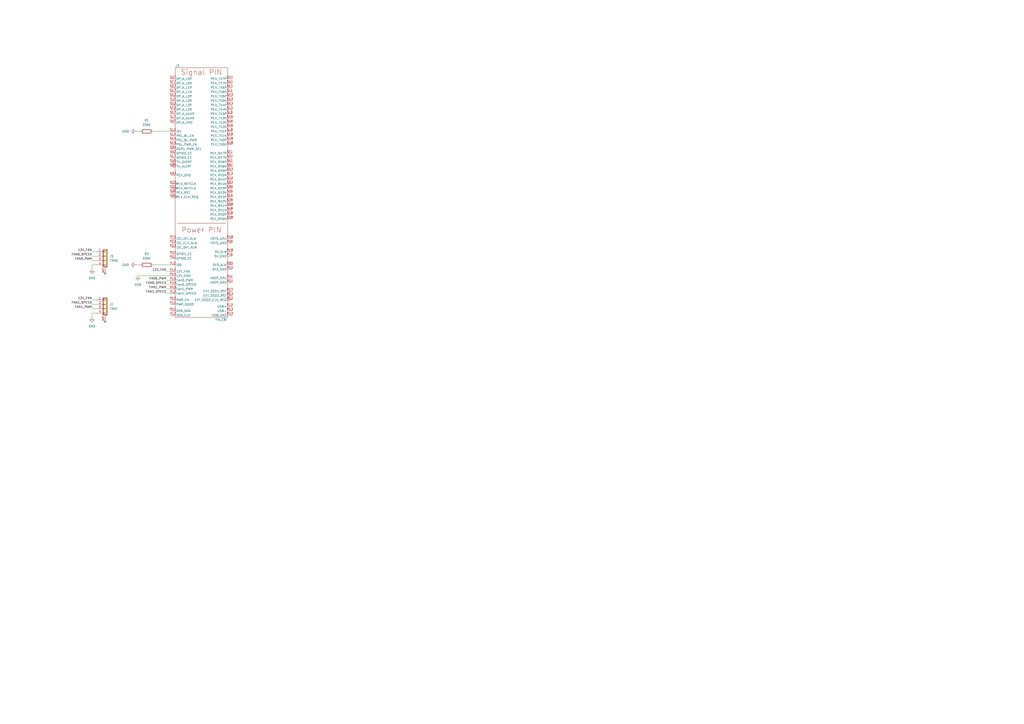
<source format=kicad_sch>
(kicad_sch (version 20230121) (generator eeschema)
  (paper "A2")
  (lib_symbols
    (symbol "Device:R" (pin_numbers hide) (pin_names (offset 0))
      (property "Reference" "R" (at 2.032 0 90))
      (property "Value" "R" (at 0 0 90))
      (symbol "R_0_1"
        (rectangle (start -1.016 -2.54) (end 1.016 2.54) (stroke (width 0.254)))
      )
      (symbol "R_1_1"
        (pin passive line (at 0 3.81 270) (length 1.27) (name "~") (number "1"))
        (pin passive line (at 0 -3.81 90) (length 1.27) (name "~") (number "2"))
      )
    )
    (symbol "Expansion_Bay:FW_EBI"
      (property "Reference" "J" (at -15.24 92.71 0))
      (property "Value" "FW_EBI" (at 15.24 -57.15 0))
      (symbol "FW_EBI_0_0"
        (pin power_out line (at 17.78 -24.13 180) (length 2.54) (name "3V3_ALW") (number "PB5"))
        (pin unspecified line (at -17.78 -20.32 0) (length 2.54) (name "GPIO0_EC") (number "PG1"))
        (pin power_out line (at 17.78 -8.89 180) (length 2.54) (name "VSYS_GPU") (number "PG8"))
        (pin unspecified line (at -17.78 -17.78 0) (length 2.54) (name "GPIO1_EC") (number "PH1"))
        (pin output line (at -17.78 -35.56 0) (length 2.54) (name "Fan0_SPEED") (number "PH2"))
        (pin output line (at -17.78 -24.13 0) (length 2.54) (name "ID0") (number "PJ1"))
        (pin output line (at -17.78 -40.64 0) (length 2.54) (name "Fan1_SPEED") (number "PJ2"))
        (pin bidirectional line (at 17.78 -48.26 180) (length 2.54) (name "USB+") (number "PJ3"))
        (pin input line (at -17.78 -50.8 0) (length 2.54) (name "DDS_SDA") (number "PK1"))
        (pin bidirectional line (at 17.78 -50.8 180) (length 2.54) (name "USB-") (number "PK3"))
        (pin input line (at -17.78 -38.1 0) (length 2.54) (name "Fan1_PWM") (number "PK5"))
        (pin power_out line (at 17.78 -16.51 180) (length 2.54) (name "5V_ALW") (number "PK8"))
        (pin bidirectional line (at -17.78 -53.34 0) (length 2.54) (name "DDS_CLK") (number "PL2"))
        (pin power_out line (at -17.78 -27.94 0) (length 2.54) (name "12V_FAN") (number "PL4"))
        (pin input line (at -17.78 -33.02 0) (length 2.54) (name "Fan0_PWM") (number "PL5"))
        (pin output line (at 17.78 35.56 180) (length 2.54) (name "PEX_RX6P") (number "SA1"))
        (pin unspecified line (at -17.78 40.64 0) (length 2.54) (name "GPIO2_EC") (number "SA2"))
        (pin output line (at 17.78 25.4 180) (length 2.54) (name "PEX_RX4P") (number "SA3"))
        (pin output line (at 17.78 17.78 180) (length 2.54) (name "PEX_RX3N") (number "SA6"))
        (pin unspecified line (at -17.78 58.42 0) (length 2.54) (name "DP_A_HPD") (number "SA7"))
        (pin output line (at 17.78 7.62 180) (length 2.54) (name "PEX_RX1N") (number "SA8"))
        (pin output line (at 17.78 33.02 180) (length 2.54) (name "PEX_RX6N") (number "SB1"))
        (pin output line (at 17.78 22.86 180) (length 2.54) (name "PEX_RX4N") (number "SB3"))
        (pin unspecified line (at -17.78 43.18 0) (length 2.54) (name "DGPU_PWM_SEL") (number "SB4"))
        (pin output line (at 17.78 20.32 180) (length 2.54) (name "PEX_RX3P") (number "SB6"))
        (pin output line (at 17.78 10.16 180) (length 2.54) (name "PEX_RX1P") (number "SB8"))
        (pin output clock (at -17.78 22.86 0) (length 2.54) (name "PEX_REFCLK") (number "SC2"))
        (pin unspecified line (at -17.78 76.2 0) (length 2.54) (name "DP_A_L1N") (number "SC7"))
        (pin output line (at 17.78 38.1 180) (length 2.54) (name "PEX_RX7N") (number "SD1"))
        (pin output line (at 17.78 30.48 180) (length 2.54) (name "PEX_RX5P") (number "SD3"))
        (pin output line (at 17.78 12.7 180) (length 2.54) (name "PEX_RX2N") (number "SD6"))
        (pin unspecified line (at -17.78 78.74 0) (length 2.54) (name "DP_A_L1P") (number "SD7"))
        (pin output line (at 17.78 2.54 180) (length 2.54) (name "PEX_RX0N") (number "SD8"))
        (pin output line (at 17.78 40.64 180) (length 2.54) (name "PEX_RX7P") (number "SE1"))
        (pin output line (at 17.78 27.94 180) (length 2.54) (name "PEX_RX5N") (number "SE3"))
        (pin output line (at 17.78 15.24 180) (length 2.54) (name "PEX_RX2P") (number "SE6"))
        (pin output line (at 17.78 5.08 180) (length 2.54) (name "PEX_RX0P") (number "SE8"))
        (pin unspecified line (at -17.78 66.04 0) (length 2.54) (name "DP_A_L3N") (number "SF2"))
        (pin unspecified line (at -17.78 81.28 0) (length 2.54) (name "DP_A_L0N") (number "SF7"))
        (pin input line (at 17.78 81.28 180) (length 2.54) (name "PEX_TX7N") (number "SG1"))
        (pin unspecified line (at -17.78 68.58 0) (length 2.54) (name "DP_A_L3P") (number "SG2"))
        (pin input line (at 17.78 71.12 180) (length 2.54) (name "PEX_TX5N") (number "SG3"))
        (pin input line (at 17.78 58.42 180) (length 2.54) (name "PEX_TX2P") (number "SG6"))
        (pin unspecified line (at -17.78 83.82 0) (length 2.54) (name "DP_A_L0P") (number "SG7"))
        (pin input line (at 17.78 45.72 180) (length 2.54) (name "PEX_TX0N") (number "SG8"))
        (pin input line (at 17.78 83.82 180) (length 2.54) (name "PEX_TX7P") (number "SH1"))
        (pin input line (at 17.78 73.66 180) (length 2.54) (name "PEX_TX5P") (number "SH3"))
        (pin input line (at 17.78 55.88 180) (length 2.54) (name "PEX_TX2N") (number "SH6"))
        (pin input line (at 17.78 48.26 180) (length 2.54) (name "PEX_TX0P") (number "SH8"))
        (pin unspecified line (at -17.78 71.12 0) (length 2.54) (name "DP_A_L2N") (number "SJ2"))
        (pin unspecified line (at -17.78 60.96 0) (length 2.54) (name "DP_A_AUXN") (number "SJ7"))
        (pin input line (at 17.78 78.74 180) (length 2.54) (name "PEX_TX6P") (number "SK1"))
        (pin unspecified line (at -17.78 73.66 0) (length 2.54) (name "DP_A_L2P") (number "SK2"))
        (pin input line (at 17.78 68.58 180) (length 2.54) (name "PEX_TX4P") (number "SK3"))
        (pin unspecified line (at -17.78 48.26 0) (length 2.54) (name "PNL_BL_PWM") (number "SK4"))
        (pin unspecified line (at -17.78 45.72 0) (length 2.54) (name "PNL_PWR_EN") (number "SK5"))
        (pin input line (at 17.78 60.96 180) (length 2.54) (name "PEX_TX3N") (number "SK6"))
        (pin unspecified line (at -17.78 63.5 0) (length 2.54) (name "DP_A_AUXP") (number "SK7"))
        (pin input line (at 17.78 50.8 180) (length 2.54) (name "PEX_TX1N") (number "SK8"))
        (pin input line (at 17.78 76.2 180) (length 2.54) (name "PEX_TX6N") (number "SL1"))
        (pin unspecified line (at -17.78 53.34 0) (length 2.54) (name "ID1") (number "SL2"))
        (pin input line (at 17.78 66.04 180) (length 2.54) (name "PEX_TX4N") (number "SL3"))
        (pin unspecified line (at -17.78 50.8 0) (length 2.54) (name "PNL_BL_EN") (number "SL4"))
        (pin input line (at 17.78 63.5 180) (length 2.54) (name "PEX_TX3P") (number "SL6"))
        (pin unspecified line (at -17.78 38.1 0) (length 2.54) (name "GPIO3_EC") (number "SL7"))
        (pin input line (at 17.78 53.34 180) (length 2.54) (name "PEX_TX1P") (number "SL8"))
      )
      (symbol "FW_EBI_1_0"
        (pin unspecified line (at 17.78 -31.75 180) (length 2.54) (name "VADP_GPU") (number "PA1"))
        (pin unspecified line (at 17.78 -31.75 180) (length 2.54) hide (name "VADP_GPU") (number "PA2"))
        (pin power_out line (at 17.78 -26.67 180) (length 2.54) (name "3V3_GND") (number "PA3"))
        (pin power_out line (at 17.78 -24.13 180) (length 2.54) hide (name "3V3_ALW") (number "PA4"))
        (pin power_out line (at 17.78 -24.13 180) (length 2.54) hide (name "3V3_ALW") (number "PA5"))
        (pin power_out line (at 17.78 -11.43 180) (length 2.54) (name "VSYS_GND") (number "PA6"))
        (pin power_out line (at 17.78 -8.89 180) (length 2.54) hide (name "VSYS_GPU") (number "PA7"))
        (pin power_out line (at 17.78 -8.89 180) (length 2.54) hide (name "VSYS_GPU") (number "PA8"))
        (pin unspecified line (at 17.78 -31.75 180) (length 2.54) hide (name "VADP_GPU") (number "PB1"))
        (pin unspecified line (at 17.78 -31.75 180) (length 2.54) hide (name "VADP_GPU") (number "PB2"))
        (pin power_out line (at 17.78 -26.67 180) (length 2.54) hide (name "3V3_GND") (number "PB3"))
        (pin power_out line (at 17.78 -24.13 180) (length 2.54) hide (name "3V3_ALW") (number "PB4"))
        (pin power_out line (at 17.78 -11.43 180) (length 2.54) hide (name "VSYS_GND") (number "PB6"))
        (pin power_out line (at 17.78 -8.89 180) (length 2.54) hide (name "VSYS_GPU") (number "PB7"))
        (pin power_out line (at 17.78 -8.89 180) (length 2.54) hide (name "VSYS_GPU") (number "PB8"))
        (pin unspecified line (at 17.78 -31.75 180) (length 2.54) hide (name "VADP_GPU") (number "PC1"))
        (pin unspecified line (at 17.78 -31.75 180) (length 2.54) hide (name "VADP_GPU") (number "PC2"))
        (pin unspecified line (at -17.78 -11.43 0) (length 2.54) (name "I2C_CLK_ALW") (number "PC3"))
        (pin power_out line (at 17.78 -11.43 180) (length 2.54) hide (name "VSYS_GND") (number "PC6"))
        (pin power_out line (at 17.78 -8.89 180) (length 2.54) hide (name "VSYS_GPU") (number "PC7"))
        (pin power_out line (at 17.78 -8.89 180) (length 2.54) hide (name "VSYS_GPU") (number "PC8"))
        (pin unspecified line (at 17.78 -34.29 180) (length 2.54) (name "VADP_GND") (number "PD1"))
        (pin unspecified line (at 17.78 -34.29 180) (length 2.54) hide (name "VADP_GND") (number "PD2"))
        (pin unspecified line (at -17.78 -13.97 0) (length 2.54) (name "I2C_DAT_ALW") (number "PD3"))
        (pin power_out line (at 17.78 -11.43 180) (length 2.54) hide (name "VSYS_GND") (number "PD6"))
        (pin power_out line (at 17.78 -8.89 180) (length 2.54) hide (name "VSYS_GPU") (number "PD7"))
        (pin power_out line (at 17.78 -8.89 180) (length 2.54) hide (name "VSYS_GPU") (number "PD8"))
        (pin unspecified line (at 17.78 -34.29 180) (length 2.54) hide (name "VADP_GND") (number "PE1"))
        (pin unspecified line (at 17.78 -34.29 180) (length 2.54) hide (name "VADP_GND") (number "PE2"))
        (pin power_out line (at 17.78 -26.67 180) (length 2.54) hide (name "3V3_GND") (number "PE3"))
        (pin power_out line (at 17.78 -11.43 180) (length 2.54) hide (name "VSYS_GND") (number "PE6"))
        (pin power_out line (at 17.78 -8.89 180) (length 2.54) hide (name "VSYS_GPU") (number "PE7"))
        (pin power_out line (at 17.78 -8.89 180) (length 2.54) hide (name "VSYS_GPU") (number "PE8"))
        (pin unspecified line (at 17.78 -34.29 180) (length 2.54) hide (name "VADP_GND") (number "PF1"))
        (pin unspecified line (at -17.78 -8.89 0) (length 2.54) (name "I2C_INT_ALW") (number "PF2"))
        (pin bidirectional inverted (at 17.78 -39.37 180) (length 2.54) (name "EXT_SSD1_RST") (number "PF3"))
        (pin power_out line (at 17.78 -11.43 180) (length 2.54) hide (name "VSYS_GND") (number "PF6"))
        (pin power_out line (at 17.78 -8.89 180) (length 2.54) hide (name "VSYS_GPU") (number "PF7"))
        (pin power_out line (at 17.78 -8.89 180) (length 2.54) hide (name "VSYS_GPU") (number "PF8"))
        (pin bidirectional inverted (at 17.78 -44.45 180) (length 2.54) (name "EXT_SSD2_CLK_REQ") (number "PG2"))
        (pin bidirectional inverted (at 17.78 -41.91 180) (length 2.54) (name "EXT_SSD2_RST") (number "PG3"))
        (pin power_out line (at 17.78 -11.43 180) (length 2.54) hide (name "VSYS_GND") (number "PG6"))
        (pin power_out line (at 17.78 -8.89 180) (length 2.54) hide (name "VSYS_GPU") (number "PG7"))
        (pin power_out line (at 17.78 -53.34 180) (length 2.54) (name "USB_GND") (number "PH3"))
        (pin power_out line (at 17.78 -11.43 180) (length 2.54) hide (name "VSYS_GND") (number "PH6"))
        (pin power_out line (at 17.78 -11.43 180) (length 2.54) hide (name "VSYS_GND") (number "PH7"))
        (pin power_out line (at 17.78 -11.43 180) (length 2.54) hide (name "VSYS_GND") (number "PH8"))
        (pin power_out line (at 17.78 -19.05 180) (length 2.54) (name "5V_GND") (number "PJ6"))
        (pin power_out line (at 17.78 -11.43 180) (length 2.54) hide (name "VSYS_GND") (number "PJ7"))
        (pin power_out line (at 17.78 -11.43 180) (length 2.54) hide (name "VSYS_GND") (number "PJ8"))
        (pin output line (at -17.78 -44.45 0) (length 2.54) (name "PWR_EN") (number "PK2"))
        (pin power_out line (at -17.78 -30.48 0) (length 2.54) (name "12V_GND") (number "PK4"))
        (pin power_out line (at 17.78 -19.05 180) (length 2.54) hide (name "5V_GND") (number "PK6"))
        (pin power_out line (at 17.78 -16.51 180) (length 2.54) hide (name "5V_ALW") (number "PK7"))
        (pin output line (at -17.78 -46.99 0) (length 2.54) (name "PWR_GOOD") (number "PL1"))
        (pin power_out line (at 17.78 -53.34 180) (length 2.54) hide (name "USB_GND") (number "PL3"))
        (pin power_out line (at 17.78 -19.05 180) (length 2.54) hide (name "5V_GND") (number "PL6"))
        (pin power_out line (at 17.78 -16.51 180) (length 2.54) hide (name "5V_ALW") (number "PL7"))
        (pin power_out line (at 17.78 -16.51 180) (length 2.54) hide (name "5V_ALW") (number "PL8"))
        (pin output inverted_clock (at -17.78 15.24 0) (length 2.54) (name "PEX_CLK_REQ") (number "SA4"))
        (pin input inverted (at -17.78 17.78 0) (length 2.54) (name "PEX_RST") (number "SA5"))
        (pin bidirectional line (at -17.78 27.94 0) (length 2.54) (name "PEX_GND") (number "SB2"))
        (pin unspecified inverted (at -17.78 33.02 0) (length 2.54) (name "TH_ALERT") (number "SB5"))
        (pin bidirectional line (at -17.78 27.94 0) (length 2.54) hide (name "PEX_GND") (number "SB7"))
        (pin bidirectional line (at -17.78 27.94 0) (length 2.54) hide (name "PEX_GND") (number "SC1"))
        (pin bidirectional line (at -17.78 27.94 0) (length 2.54) hide (name "PEX_GND") (number "SC3"))
        (pin bidirectional line (at -17.78 27.94 0) (length 2.54) hide (name "PEX_GND") (number "SC6"))
        (pin bidirectional line (at -17.78 27.94 0) (length 2.54) hide (name "PEX_GND") (number "SC8"))
        (pin output inverted_clock (at -17.78 20.32 0) (length 2.54) (name "PEX_REFCLK") (number "SD2"))
        (pin bidirectional line (at -17.78 27.94 0) (length 2.54) hide (name "PEX_GND") (number "SE2"))
        (pin bidirectional line (at -17.78 27.94 0) (length 2.54) hide (name "PEX_GND") (number "SE7"))
        (pin bidirectional line (at -17.78 27.94 0) (length 2.54) hide (name "PEX_GND") (number "SF1"))
        (pin bidirectional line (at -17.78 27.94 0) (length 2.54) hide (name "PEX_GND") (number "SF3"))
        (pin bidirectional line (at -17.78 27.94 0) (length 2.54) hide (name "PEX_GND") (number "SF6"))
        (pin bidirectional line (at -17.78 27.94 0) (length 2.54) hide (name "PEX_GND") (number "SF8"))
        (pin bidirectional line (at -17.78 27.94 0) (length 2.54) hide (name "PEX_GND") (number "SH2"))
        (pin bidirectional line (at -17.78 27.94 0) (length 2.54) hide (name "PEX_GND") (number "SH7"))
        (pin bidirectional line (at -17.78 27.94 0) (length 2.54) hide (name "PEX_GND") (number "SJ1"))
        (pin bidirectional line (at -17.78 27.94 0) (length 2.54) hide (name "PEX_GND") (number "SJ3"))
        (pin bidirectional line (at -17.78 27.94 0) (length 2.54) hide (name "PEX_GND") (number "SJ6"))
        (pin bidirectional line (at -17.78 27.94 0) (length 2.54) hide (name "PEX_GND") (number "SJ8"))
        (pin unspecified inverted (at -17.78 35.56 0) (length 2.54) (name "TH_OVERT") (number "SL5"))
      )
      (symbol "FW_EBI_1_1"
        (rectangle (start -15.24 90.17) (end 15.24 -54.61))
        (polyline (pts (xy -13.97 0) (xy 13.97 0)))
        (text "Power PIN" (at 0 -3.81 0) (effects (font (size 3 3))))
        (text "Signal PIN" (at 0 87.63 0) (effects (font (size 3 3))))
      )
    )
    (symbol "Expansion_Bay:JST_SH_01x04" (pin_names (offset 1.016) hide)
      (property "Reference" "J" (at 0.254 4.826 0))
      (property "Value" "JST_SH_01x04" (at 1.016 -7.366 0))
      (symbol "JST_SH_01x04_1_1"
        (rectangle (start -1.27 3.81) (end 1.27 -6.35) (stroke (width 0.1524)))
        (rectangle (start -1.016 -4.953) (end 0.254 -5.207) (stroke (width 0.1524)))
        (rectangle (start -1.016 -2.413) (end 0.254 -2.667) (stroke (width 0.1524)))
        (rectangle (start -1.016 0.127) (end 0.254 -0.127) (stroke (width 0.1524)))
        (rectangle (start -1.016 2.667) (end 0.254 2.413) (stroke (width 0.1524)))
        (rectangle (start -1.016 3.556) (end 1.016 -6.096) (stroke (width 0.254)) (fill (type background)))
        (pin passive line (at -5.08 2.54 0) (length 4.064) (name "Pin_1") (number "1"))
        (pin passive line (at -5.08 0 0) (length 4.064) (name "Pin_2") (number "2"))
        (pin passive line (at -5.08 -2.54 0) (length 4.064) (name "Pin_3") (number "3"))
        (pin passive line (at -5.08 -5.08 0) (length 4.064) (name "Pin_4") (number "4"))
        (pin passive line (at 0 -10.16 90) (length 3.81) (name "Shield") (number "MP"))
      )
    )
    (symbol "power:GND" (power) (pin_names (offset 0))
      (property "Value" "GND" (at 0 -3.81 0))
      (symbol "GND_0_1"
        (polyline (pts (xy 0 0) (xy 0 -1.27) (xy 1.27 -1.27) (xy 0 -2.54) (xy -1.27 -1.27) (xy 0 -1.27)))
      )
      (symbol "GND_1_1"
        (pin power_in line (at 0 0 270) (length 0) hide (name "GND") (number "1"))
      )
    )
  )
  (no_connect (at 60.96 186.69))
  (no_connect (at 60.96 158.75))
  (wire (pts (xy 78.74 76.2) (xy 81.28 76.2)))
  (wire (pts (xy 96.52 170.18) (xy 99.06 170.18)))
  (wire (pts (xy 88.9 153.67) (xy 99.06 153.67)))
  (wire (pts (xy 53.34 148.59) (xy 55.88 148.59)))
  (wire (pts (xy 53.34 176.53) (xy 55.88 176.53)))
  (wire (pts (xy 53.34 179.07) (xy 55.88 179.07)))
  (wire (pts (xy 53.34 156.21) (xy 53.34 153.67)))
  (wire (pts (xy 96.52 162.56) (xy 99.06 162.56)))
  (wire (pts (xy 53.34 173.99) (xy 55.88 173.99)))
  (wire (pts (xy 53.34 151.13) (xy 55.88 151.13)))
  (wire (pts (xy 96.52 167.64) (xy 99.06 167.64)))
  (wire (pts (xy 53.34 181.61) (xy 55.88 181.61)))
  (wire (pts (xy 53.34 146.05) (xy 55.88 146.05)))
  (wire (pts (xy 53.34 184.15) (xy 53.34 181.61)))
  (wire (pts (xy 96.52 165.1) (xy 99.06 165.1)))
  (wire (pts (xy 96.52 157.48) (xy 99.06 157.48)))
  (wire (pts (xy 78.74 153.67) (xy 81.28 153.67)))
  (wire (pts (xy 80.01 160.02) (xy 99.06 160.02)))
  (wire (pts (xy 88.9 76.2) (xy 99.06 76.2)))
  (wire (pts (xy 53.34 153.67) (xy 55.88 153.67)))
  (label "12V_FAN" (at 53.34 173.99 180))
  (label "FAN0_SPEED" (at 96.52 165.1 180))
  (label "FAN1_PWM" (at 53.34 179.07 180))
  (label "FAN1_SPEED" (at 96.52 170.18 180))
  (label "FAN0_SPEED" (at 53.34 148.59 180))
  (label "12V_FAN" (at 96.52 157.48 180))
  (label "FAN0_PWM" (at 96.52 162.56 180))
  (label "FAN1_SPEED" (at 53.34 176.53 180))
  (label "FAN0_PWM" (at 53.34 151.13 180))
  (label "12V_FAN" (at 53.34 146.05 180))
  (label "FAN1_PWM" (at 96.52 167.64 180))
  (symbol (lib_id "Device:R") (at 85.09 76.2 90) (unit 1)
    (property "Reference" "R1" (at 85.09 69.85 90))
    (property "Value" "330K" (at 85.09 72.39 90))
    (property "Footprint" "Resistor_SMD:R_0805_2012Metric" (effects hide))
  )
  (symbol (lib_id "Device:R") (at 85.09 153.67 90) (unit 1)
    (property "Reference" "R2" (at 85.09 147.32 90))
    (property "Value" "330K" (at 85.09 149.86 90))
    (property "Footprint" "Resistor_SMD:R_0805_2012Metric" (effects hide))
  )
  (symbol (lib_id "power:GND") (at 53.34 156.21 0) (unit 1)
    (property "Reference" "#PWR012" (effects hide))
    (property "Value" "GND" (at 53.34 161.29 0))
  )
  (symbol (lib_id "Expansion_Bay:JST_SH_01x04") (at 60.96 176.53 0) (unit 1)
    (property "Reference" "J1" (at 63.5 176.53 0) (effects (justify left)))
    (property "Value" "FAN1" (at 63.5 179.07 0) (effects (justify left)))
    (property "Footprint" "Expansion_Bay:MODFAN-Jushuo_AFC07-S06FCA-00_1x6-1MP_P0.50_Horizontal" (effects hide))
  )
  (symbol (lib_id "power:GND") (at 78.74 76.2 270) (unit 1)
    (property "Reference" "#PWR09" (effects hide))
    (property "Value" "GND" (at 74.93 76.2 90) (effects (justify right)))
  )
  (symbol (lib_id "power:GND") (at 53.34 184.15 0) (unit 1)
    (property "Reference" "#PWR013" (effects hide))
    (property "Value" "GND" (at 53.34 189.23 0))
  )
  (symbol (lib_id "power:GND") (at 80.01 160.02 0) (unit 1)
    (property "Reference" "#PWR01" (effects hide))
    (property "Value" "GND" (at 80.01 165.1 0))
  )
  (symbol (lib_id "Expansion_Bay:FW_EBI") (at 116.84 129.54 0) (unit 1)
    (property "Reference" "J3" (at 102.87 38.1 0))
    (property "Value" "FW_EBI" (at 128.27 185.42 0))
    (property "Footprint" "Expansion_Bay:2x74P FXBeam" (effects hide))
    (property "Datasheet" "https://github.com/FrameworkComputer/ExpansionBay/tree/main/Electrical" (effects hide))
  )
  (symbol (lib_id "power:GND") (at 78.74 153.67 270) (unit 1)
    (property "Reference" "#PWR011" (effects hide))
    (property "Value" "GND" (at 74.93 153.67 90) (effects (justify right)))
  )
  (symbol (lib_id "Expansion_Bay:JST_SH_01x04") (at 60.96 148.59 0) (unit 1)
    (property "Reference" "J5" (at 63.5 148.59 0) (effects (justify left)))
    (property "Value" "FAN0" (at 63.5 151.13 0) (effects (justify left)))
    (property "Footprint" "Expansion_Bay:MODFAN-Jushuo_AFC07-S06FCA-00_1x6-1MP_P0.50_Horizontal" (effects hide))
  )
)
</source>
